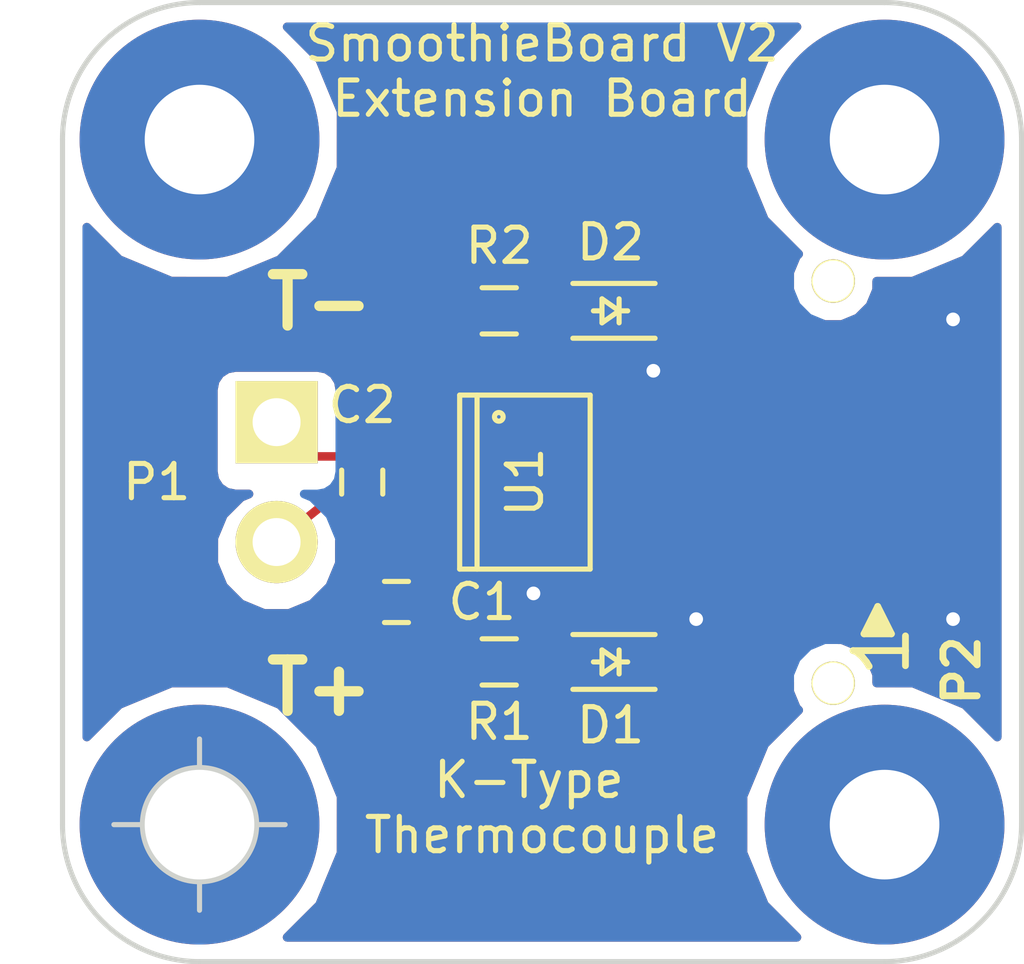
<source format=kicad_pcb>
(kicad_pcb (version 4) (host pcbnew 4.0.2-stable)

  (general
    (links 17)
    (no_connects 0)
    (area 130.924999 93.674999 159.075001 121.825001)
    (thickness 1.6)
    (drawings 13)
    (tracks 59)
    (zones 0)
    (modules 13)
    (nets 10)
  )

  (page A4)
  (layers
    (0 F.Cu signal)
    (31 B.Cu signal)
    (32 B.Adhes user)
    (33 F.Adhes user)
    (34 B.Paste user)
    (35 F.Paste user)
    (36 B.SilkS user)
    (37 F.SilkS user)
    (38 B.Mask user)
    (39 F.Mask user)
    (40 Dwgs.User user)
    (41 Cmts.User user)
    (42 Eco1.User user)
    (43 Eco2.User user)
    (44 Edge.Cuts user)
    (45 Margin user)
    (46 B.CrtYd user)
    (47 F.CrtYd user)
    (48 B.Fab user)
    (49 F.Fab user)
  )

  (setup
    (last_trace_width 0.25)
    (trace_clearance 0.2)
    (zone_clearance 0.508)
    (zone_45_only no)
    (trace_min 0.2)
    (segment_width 0.2)
    (edge_width 0.15)
    (via_size 0.6)
    (via_drill 0.4)
    (via_min_size 0.4)
    (via_min_drill 0.3)
    (uvia_size 0.3)
    (uvia_drill 0.1)
    (uvias_allowed no)
    (uvia_min_size 0.2)
    (uvia_min_drill 0.1)
    (pcb_text_width 0.3)
    (pcb_text_size 1.5 1.5)
    (mod_edge_width 0.15)
    (mod_text_size 1 1)
    (mod_text_width 0.15)
    (pad_size 1.524 1.524)
    (pad_drill 0.762)
    (pad_to_mask_clearance 0.2)
    (aux_axis_origin 131 121.75)
    (visible_elements 7FFFF77F)
    (pcbplotparams
      (layerselection 0x00030_80000001)
      (usegerberextensions false)
      (excludeedgelayer true)
      (linewidth 0.100000)
      (plotframeref false)
      (viasonmask false)
      (mode 1)
      (useauxorigin true)
      (hpglpennumber 1)
      (hpglpenspeed 20)
      (hpglpendiameter 15)
      (hpglpenoverlay 2)
      (psnegative false)
      (psa4output false)
      (plotreference true)
      (plotvalue true)
      (plotinvisibletext false)
      (padsonsilk false)
      (subtractmaskfromsilk false)
      (outputformat 1)
      (mirror false)
      (drillshape 0)
      (scaleselection 1)
      (outputdirectory ""))
  )

  (net 0 "")
  (net 1 GND)
  (net 2 +3V3)
  (net 3 "Net-(D2-Pad2)")
  (net 4 "Net-(D1-Pad2)")
  (net 5 "Net-(P2-Pad8)")
  (net 6 "Net-(D1-Pad1)")
  (net 7 "Net-(D2-Pad1)")
  (net 8 "Net-(C2-Pad1)")
  (net 9 "Net-(C2-Pad2)")

  (net_class Default "This is the default net class."
    (clearance 0.2)
    (trace_width 0.25)
    (via_dia 0.6)
    (via_drill 0.4)
    (uvia_dia 0.3)
    (uvia_drill 0.1)
    (add_net +3V3)
    (add_net GND)
    (add_net "Net-(C2-Pad1)")
    (add_net "Net-(C2-Pad2)")
    (add_net "Net-(D1-Pad1)")
    (add_net "Net-(D1-Pad2)")
    (add_net "Net-(D2-Pad1)")
    (add_net "Net-(D2-Pad2)")
    (add_net "Net-(P2-Pad8)")
  )

  (module w_conn_ftsh:SHF-105-01-L-D-SM-LC (layer F.Cu) (tedit 57224F02) (tstamp 57214B7F)
    (at 153.5 107.75 90)
    (descr "Smd dual-row strip connector, 5x2 pin, 1.27mm pitch")
    (path /571FAEAA)
    (fp_text reference P2 (at -5.5 3.75 90) (layer F.SilkS)
      (effects (font (size 1 1) (thickness 0.2)))
    )
    (fp_text value Smoothie-teer-S (at 0 6.35 90) (layer F.SilkS) hide
      (effects (font (size 1 1) (thickness 0.2)))
    )
    (fp_line (start 5.08 -2.54) (end 5.08 -3.048) (layer F.CrtYd) (width 0.15))
    (fp_line (start -1.27 2.6416) (end -1.27 2.54) (layer F.CrtYd) (width 0.15))
    (fp_line (start -2.54 2.54) (end -2.54 2.63906) (layer F.CrtYd) (width 0.15))
    (fp_line (start -1.27 2.54) (end 6.35 2.54) (layer F.CrtYd) (width 0.15))
    (fp_line (start -6.35 2.54) (end -2.54 2.54) (layer F.CrtYd) (width 0.15))
    (fp_line (start -6.35 -1.27) (end -6.35 -3.05) (layer F.CrtYd) (width 0.15))
    (fp_line (start -6.35 -3.05) (end -5.08 -3.05) (layer F.CrtYd) (width 0.15))
    (fp_line (start -5.08 -3.05) (end -5.08 -2.54) (layer F.CrtYd) (width 0.15))
    (fp_line (start -5.08 -2.54) (end -1.27 -2.54) (layer F.CrtYd) (width 0.15))
    (fp_line (start -1.27 -2.54) (end -1.27 -3.05) (layer F.CrtYd) (width 0.15))
    (fp_line (start -1.27 -3.05) (end 1.27 -3.05) (layer F.CrtYd) (width 0.15))
    (fp_line (start 1.27 -2.54) (end 1.27 -3.05) (layer F.CrtYd) (width 0.15))
    (fp_line (start 1.27 -2.54) (end 5.08 -2.54) (layer F.CrtYd) (width 0.15))
    (fp_line (start 5.08 -3.05) (end 6.35 -3.05) (layer F.CrtYd) (width 0.15))
    (fp_line (start 6.35 -3.05) (end 6.35 2.54) (layer F.CrtYd) (width 0.15))
    (fp_line (start -1.27 2.64) (end -2.54 2.64) (layer F.CrtYd) (width 0.15))
    (fp_line (start -6.35 2.54) (end -6.35 -1.27) (layer F.CrtYd) (width 0.15))
    (fp_line (start -4.49 2.11) (end -4.93 2.11) (layer F.SilkS) (width 0.19812))
    (fp_line (start -5.38 1.05) (end -5.25 0.97) (layer F.SilkS) (width 0.19812))
    (fp_line (start -5.25 0.97) (end -5.09 0.84) (layer F.SilkS) (width 0.19812))
    (fp_line (start -5.09 0.84) (end -4.95 0.67) (layer F.SilkS) (width 0.19812))
    (fp_line (start -4.95 0.67) (end -4.92 0.58) (layer F.SilkS) (width 0.19812))
    (fp_line (start -4.92 0.58) (end -4.92 2.11) (layer F.SilkS) (width 0.19812))
    (fp_line (start -4.92 2.11) (end -5.36 2.11) (layer F.SilkS) (width 0.19812))
    (fp_line (start -3.93 1.4) (end -3.93 1.2) (layer F.SilkS) (width 0.19812))
    (fp_line (start -4.03 1.2) (end -4.03 1.4) (layer F.SilkS) (width 0.19812))
    (fp_line (start -4.13 1.5) (end -4.13 1.1) (layer F.SilkS) (width 0.19812))
    (fp_line (start -4.23 1.1) (end -4.23 1.5) (layer F.SilkS) (width 0.19812))
    (fp_line (start -4.33 1.6) (end -4.33 1) (layer F.SilkS) (width 0.19812))
    (fp_line (start -3.63 1.3) (end -4.43 1.7) (layer F.SilkS) (width 0.19812))
    (fp_line (start -4.43 1.7) (end -4.43 0.9) (layer F.SilkS) (width 0.19812))
    (fp_line (start -4.43 0.9) (end -3.63 1.3) (layer F.SilkS) (width 0.19812))
    (pad 8 smd rect (at 1.27 -2.66 90) (size 0.74 2.79) (layers F.Cu F.Paste F.Mask)
      (net 5 "Net-(P2-Pad8)"))
    (pad 7 smd rect (at 1.27 2.66 90) (size 0.74 2.79) (layers F.Cu F.Paste F.Mask))
    (pad 6 smd rect (at 0 -2.66 90) (size 0.74 2.79) (layers F.Cu F.Paste F.Mask)
      (net 6 "Net-(D1-Pad1)"))
    (pad 5 smd rect (at 0 2.66 270) (size 0.74 2.79) (layers F.Cu F.Paste F.Mask))
    (pad 1 smd rect (at -2.54 2.66 90) (size 0.74 2.79) (layers F.Cu F.Paste F.Mask)
      (net 2 +3V3))
    (pad 2 smd rect (at -2.54 -2.66 90) (size 0.74 2.79) (layers F.Cu F.Paste F.Mask))
    (pad 3 smd rect (at -1.27 2.66 90) (size 0.74 2.79) (layers F.Cu F.Paste F.Mask))
    (pad 4 smd rect (at -1.27 -2.66 90) (size 0.74 2.79) (layers F.Cu F.Paste F.Mask))
    (pad 10 smd rect (at 2.54 -2.66 90) (size 0.74 2.79) (layers F.Cu F.Paste F.Mask)
      (net 1 GND))
    (pad 9 smd rect (at 2.54 2.66 90) (size 0.74 2.79) (layers F.Cu F.Paste F.Mask)
      (net 7 "Net-(D2-Pad1)"))
    (pad "" np_thru_hole circle (at -5.87 0 90) (size 1.27 1.27) (drill 1.1938) (layers *.Cu *.Mask F.SilkS))
    (pad "" np_thru_hole circle (at 5.87 0 90) (size 1.27 1.27) (drill 1.1938) (layers *.Cu *.Mask F.SilkS))
    (model walter/conn_ftsh/FTSH-105-01-L-DV.wrl
      (at (xyz 0 0 0))
      (scale (xyz 1 1 1))
      (rotate (xyz 0 0 0))
    )
  )

  (module Capacitors_SMD:C_0603 (layer F.Cu) (tedit 57224FED) (tstamp 571FB746)
    (at 140.75 111.25 180)
    (descr "Capacitor SMD 0603, reflow soldering, AVX (see smccp.pdf)")
    (tags "capacitor 0603")
    (path /571FC82F)
    (attr smd)
    (fp_text reference C1 (at -2.5 0 180) (layer F.SilkS)
      (effects (font (size 1 1) (thickness 0.15)))
    )
    (fp_text value 10µF (at 0 1.9 180) (layer F.Fab) hide
      (effects (font (size 1 1) (thickness 0.15)))
    )
    (fp_line (start -1.45 -0.75) (end 1.45 -0.75) (layer F.CrtYd) (width 0.05))
    (fp_line (start -1.45 0.75) (end 1.45 0.75) (layer F.CrtYd) (width 0.05))
    (fp_line (start -1.45 -0.75) (end -1.45 0.75) (layer F.CrtYd) (width 0.05))
    (fp_line (start 1.45 -0.75) (end 1.45 0.75) (layer F.CrtYd) (width 0.05))
    (fp_line (start -0.35 -0.6) (end 0.35 -0.6) (layer F.SilkS) (width 0.15))
    (fp_line (start 0.35 0.6) (end -0.35 0.6) (layer F.SilkS) (width 0.15))
    (pad 1 smd rect (at -0.75 0 180) (size 0.8 0.75) (layers F.Cu F.Paste F.Mask)
      (net 2 +3V3))
    (pad 2 smd rect (at 0.75 0 180) (size 0.8 0.75) (layers F.Cu F.Paste F.Mask)
      (net 1 GND))
    (model Capacitors_SMD.3dshapes/C_0603.wrl
      (at (xyz 0 0 0))
      (scale (xyz 1 1 1))
      (rotate (xyz 0 0 0))
    )
  )

  (module Diodes_SMD:SOD-323 (layer F.Cu) (tedit 572134FF) (tstamp 571FB758)
    (at 147 113 180)
    (descr SOD-323)
    (tags SOD-323)
    (path /571FBB66)
    (attr smd)
    (fp_text reference D1 (at 0 -1.85 180) (layer F.SilkS)
      (effects (font (size 1 1) (thickness 0.15)))
    )
    (fp_text value 1N4148 (at -1.75 -3.25 180) (layer F.Fab) hide
      (effects (font (size 1 1) (thickness 0.15)))
    )
    (fp_line (start 0.25 0) (end 0.5 0) (layer F.SilkS) (width 0.15))
    (fp_line (start -0.25 0) (end -0.5 0) (layer F.SilkS) (width 0.15))
    (fp_line (start -0.25 0) (end 0.25 -0.35) (layer F.SilkS) (width 0.15))
    (fp_line (start 0.25 -0.35) (end 0.25 0.35) (layer F.SilkS) (width 0.15))
    (fp_line (start 0.25 0.35) (end -0.25 0) (layer F.SilkS) (width 0.15))
    (fp_line (start -0.25 -0.35) (end -0.25 0.35) (layer F.SilkS) (width 0.15))
    (fp_line (start -1.5 -0.95) (end 1.5 -0.95) (layer F.CrtYd) (width 0.05))
    (fp_line (start 1.5 -0.95) (end 1.5 0.95) (layer F.CrtYd) (width 0.05))
    (fp_line (start -1.5 0.95) (end 1.5 0.95) (layer F.CrtYd) (width 0.05))
    (fp_line (start -1.5 -0.95) (end -1.5 0.95) (layer F.CrtYd) (width 0.05))
    (fp_line (start -1.3 0.8) (end 1.1 0.8) (layer F.SilkS) (width 0.15))
    (fp_line (start -1.3 -0.8) (end 1.1 -0.8) (layer F.SilkS) (width 0.15))
    (pad 1 smd rect (at -1.055 0 180) (size 0.59 0.45) (layers F.Cu F.Paste F.Mask)
      (net 6 "Net-(D1-Pad1)"))
    (pad 2 smd rect (at 1.055 0 180) (size 0.59 0.45) (layers F.Cu F.Paste F.Mask)
      (net 4 "Net-(D1-Pad2)"))
  )

  (module Diodes_SMD:SOD-323 (layer F.Cu) (tedit 57213582) (tstamp 571FB76A)
    (at 147 102.75 180)
    (descr SOD-323)
    (tags SOD-323)
    (path /571FBA3B)
    (attr smd)
    (fp_text reference D2 (at 0 2 180) (layer F.SilkS)
      (effects (font (size 1 1) (thickness 0.15)))
    )
    (fp_text value 1N4148 (at 0.1 1.9 180) (layer F.Fab) hide
      (effects (font (size 1 1) (thickness 0.15)))
    )
    (fp_line (start 0.25 0) (end 0.5 0) (layer F.SilkS) (width 0.15))
    (fp_line (start -0.25 0) (end -0.5 0) (layer F.SilkS) (width 0.15))
    (fp_line (start -0.25 0) (end 0.25 -0.35) (layer F.SilkS) (width 0.15))
    (fp_line (start 0.25 -0.35) (end 0.25 0.35) (layer F.SilkS) (width 0.15))
    (fp_line (start 0.25 0.35) (end -0.25 0) (layer F.SilkS) (width 0.15))
    (fp_line (start -0.25 -0.35) (end -0.25 0.35) (layer F.SilkS) (width 0.15))
    (fp_line (start -1.5 -0.95) (end 1.5 -0.95) (layer F.CrtYd) (width 0.05))
    (fp_line (start 1.5 -0.95) (end 1.5 0.95) (layer F.CrtYd) (width 0.05))
    (fp_line (start -1.5 0.95) (end 1.5 0.95) (layer F.CrtYd) (width 0.05))
    (fp_line (start -1.5 -0.95) (end -1.5 0.95) (layer F.CrtYd) (width 0.05))
    (fp_line (start -1.3 0.8) (end 1.1 0.8) (layer F.SilkS) (width 0.15))
    (fp_line (start -1.3 -0.8) (end 1.1 -0.8) (layer F.SilkS) (width 0.15))
    (pad 1 smd rect (at -1.055 0 180) (size 0.59 0.45) (layers F.Cu F.Paste F.Mask)
      (net 7 "Net-(D2-Pad1)"))
    (pad 2 smd rect (at 1.055 0 180) (size 0.59 0.45) (layers F.Cu F.Paste F.Mask)
      (net 3 "Net-(D2-Pad2)"))
  )

  (module Resistors_SMD:R_0603 (layer F.Cu) (tedit 57213504) (tstamp 571FB7AA)
    (at 143.75 113)
    (descr "Resistor SMD 0603, reflow soldering, Vishay (see dcrcw.pdf)")
    (tags "resistor 0603")
    (path /571FC042)
    (attr smd)
    (fp_text reference R1 (at 0 1.75) (layer F.SilkS)
      (effects (font (size 1 1) (thickness 0.15)))
    )
    (fp_text value 10kΩ (at 0 3.25) (layer F.Fab) hide
      (effects (font (size 1 1) (thickness 0.15)))
    )
    (fp_line (start -1.3 -0.8) (end 1.3 -0.8) (layer F.CrtYd) (width 0.05))
    (fp_line (start -1.3 0.8) (end 1.3 0.8) (layer F.CrtYd) (width 0.05))
    (fp_line (start -1.3 -0.8) (end -1.3 0.8) (layer F.CrtYd) (width 0.05))
    (fp_line (start 1.3 -0.8) (end 1.3 0.8) (layer F.CrtYd) (width 0.05))
    (fp_line (start 0.5 0.675) (end -0.5 0.675) (layer F.SilkS) (width 0.15))
    (fp_line (start -0.5 -0.675) (end 0.5 -0.675) (layer F.SilkS) (width 0.15))
    (pad 1 smd rect (at -0.75 0) (size 0.5 0.9) (layers F.Cu F.Paste F.Mask)
      (net 2 +3V3))
    (pad 2 smd rect (at 0.75 0) (size 0.5 0.9) (layers F.Cu F.Paste F.Mask)
      (net 4 "Net-(D1-Pad2)"))
    (model Resistors_SMD.3dshapes/R_0603.wrl
      (at (xyz 0 0 0))
      (scale (xyz 1 1 1))
      (rotate (xyz 0 0 0))
    )
  )

  (module Resistors_SMD:R_0603 (layer F.Cu) (tedit 572135D3) (tstamp 571FB7B6)
    (at 143.75 102.75)
    (descr "Resistor SMD 0603, reflow soldering, Vishay (see dcrcw.pdf)")
    (tags "resistor 0603")
    (path /571FC0D3)
    (attr smd)
    (fp_text reference R2 (at 0 -1.9) (layer F.SilkS)
      (effects (font (size 1 1) (thickness 0.15)))
    )
    (fp_text value 10kΩ (at 0 1.9) (layer F.Fab) hide
      (effects (font (size 1 1) (thickness 0.15)))
    )
    (fp_line (start -1.3 -0.8) (end 1.3 -0.8) (layer F.CrtYd) (width 0.05))
    (fp_line (start -1.3 0.8) (end 1.3 0.8) (layer F.CrtYd) (width 0.05))
    (fp_line (start -1.3 -0.8) (end -1.3 0.8) (layer F.CrtYd) (width 0.05))
    (fp_line (start 1.3 -0.8) (end 1.3 0.8) (layer F.CrtYd) (width 0.05))
    (fp_line (start 0.5 0.675) (end -0.5 0.675) (layer F.SilkS) (width 0.15))
    (fp_line (start -0.5 -0.675) (end 0.5 -0.675) (layer F.SilkS) (width 0.15))
    (pad 1 smd rect (at -0.75 0) (size 0.5 0.9) (layers F.Cu F.Paste F.Mask)
      (net 2 +3V3))
    (pad 2 smd rect (at 0.75 0) (size 0.5 0.9) (layers F.Cu F.Paste F.Mask)
      (net 3 "Net-(D2-Pad2)"))
    (model Resistors_SMD.3dshapes/R_0603.wrl
      (at (xyz 0 0 0))
      (scale (xyz 1 1 1))
      (rotate (xyz 0 0 0))
    )
  )

  (module Capacitors_SMD:C_0603 (layer F.Cu) (tedit 572135CD) (tstamp 571FB966)
    (at 139.75 107.75 90)
    (descr "Capacitor SMD 0603, reflow soldering, AVX (see smccp.pdf)")
    (tags "capacitor 0603")
    (path /571FD456)
    (attr smd)
    (fp_text reference C2 (at 2.25 0 180) (layer F.SilkS)
      (effects (font (size 1 1) (thickness 0.15)))
    )
    (fp_text value 10nF (at 0 1.9 90) (layer F.Fab) hide
      (effects (font (size 1 1) (thickness 0.15)))
    )
    (fp_line (start -1.45 -0.75) (end 1.45 -0.75) (layer F.CrtYd) (width 0.05))
    (fp_line (start -1.45 0.75) (end 1.45 0.75) (layer F.CrtYd) (width 0.05))
    (fp_line (start -1.45 -0.75) (end -1.45 0.75) (layer F.CrtYd) (width 0.05))
    (fp_line (start 1.45 -0.75) (end 1.45 0.75) (layer F.CrtYd) (width 0.05))
    (fp_line (start -0.35 -0.6) (end 0.35 -0.6) (layer F.SilkS) (width 0.15))
    (fp_line (start 0.35 0.6) (end -0.35 0.6) (layer F.SilkS) (width 0.15))
    (pad 1 smd rect (at -0.75 0 90) (size 0.8 0.75) (layers F.Cu F.Paste F.Mask)
      (net 8 "Net-(C2-Pad1)"))
    (pad 2 smd rect (at 0.75 0 90) (size 0.8 0.75) (layers F.Cu F.Paste F.Mask)
      (net 9 "Net-(C2-Pad2)"))
    (model Capacitors_SMD.3dshapes/C_0603.wrl
      (at (xyz 0 0 0))
      (scale (xyz 1 1 1))
      (rotate (xyz 0 0 0))
    )
  )

  (module w_conn_ftsh:TerminalBlock_Amphenol_PT-3.5mm_2pol-RA (layer F.Cu) (tedit 57224FF9) (tstamp 571FB77D)
    (at 137.25 107.75 270)
    (descr "2-way 3.5mm pitch terminal block, Phoenix PT series")
    (path /571FB7B1)
    (fp_text reference P1 (at 0 3.5 360) (layer F.SilkS)
      (effects (font (size 1 1) (thickness 0.15)))
    )
    (fp_text value "2 PosTerm Block" (at 0 9.5 270) (layer F.Fab) hide
      (effects (font (size 1 1) (thickness 0.15)))
    )
    (fp_line (start 2.25 1.5) (end 1.25 1.5) (layer F.CrtYd) (width 0.15))
    (fp_line (start 2.25 6.25) (end 2.25 1.5) (layer F.CrtYd) (width 0.15))
    (fp_line (start 1.75 7) (end 2.25 6.25) (layer F.CrtYd) (width 0.15))
    (fp_line (start 1.25 6.25) (end 1.75 7) (layer F.CrtYd) (width 0.15))
    (fp_line (start 1.25 1.5) (end 1.25 6.25) (layer F.CrtYd) (width 0.15))
    (fp_line (start -2.25 1.5) (end -2.25 6.25) (layer F.CrtYd) (width 0.15))
    (fp_line (start -2.25 6.25) (end -1.75 7) (layer F.CrtYd) (width 0.15))
    (fp_line (start -1.75 7) (end -1.25 6.25) (layer F.CrtYd) (width 0.15))
    (fp_line (start -1.25 6.25) (end -1.25 1.5) (layer F.CrtYd) (width 0.15))
    (fp_line (start -1.25 1.5) (end -2.25 1.5) (layer F.CrtYd) (width 0.15))
    (fp_line (start -4.25 -1.2) (end 4.25 -1.2) (layer F.CrtYd) (width 0.15))
    (fp_line (start 4.25 -1.2) (end 4.25 8) (layer F.CrtYd) (width 0.15))
    (fp_line (start 4.25 8) (end -4.25 8) (layer F.CrtYd) (width 0.15))
    (fp_line (start -4.25 8) (end -4.25 -1.2) (layer F.CrtYd) (width 0.15))
    (pad 2 thru_hole circle (at 1.75 0 270) (size 2.4 2.4) (drill 1.4) (layers *.Cu *.Mask F.SilkS)
      (net 8 "Net-(C2-Pad1)"))
    (pad 1 thru_hole rect (at -1.75 0 270) (size 2.4 2.4) (drill 1.4) (layers *.Cu *.Mask F.SilkS)
      (net 9 "Net-(C2-Pad2)"))
  )

  (module Power_Integrations:SO-8 (layer F.Cu) (tedit 57224EF6) (tstamp 57214BAE)
    (at 144.5 107.75 270)
    (descr "SO-8 Surface Mount Small Outline 150mil 8pin Package")
    (tags "Power Integrations D Package")
    (path /571FA6EA)
    (fp_text reference U1 (at 0 0 270) (layer F.SilkS)
      (effects (font (size 1 1) (thickness 0.15)))
    )
    (fp_text value MAX31855KASA (at 0 0 270) (layer F.Fab) hide
      (effects (font (size 1 1) (thickness 0.15)))
    )
    (fp_circle (center -1.905 0.762) (end -1.778 0.762) (layer F.SilkS) (width 0.15))
    (fp_line (start -2.54 1.397) (end 2.54 1.397) (layer F.SilkS) (width 0.15))
    (fp_line (start -2.54 -1.905) (end 2.54 -1.905) (layer F.SilkS) (width 0.15))
    (fp_line (start -2.54 1.905) (end 2.54 1.905) (layer F.SilkS) (width 0.15))
    (fp_line (start -2.54 1.905) (end -2.54 -1.905) (layer F.SilkS) (width 0.15))
    (fp_line (start 2.54 1.905) (end 2.54 -1.905) (layer F.SilkS) (width 0.15))
    (pad 1 smd oval (at -1.905 2.794 270) (size 0.6096 1.4732) (layers F.Cu F.Paste F.Mask)
      (net 1 GND))
    (pad 2 smd oval (at -0.635 2.794 270) (size 0.6096 1.4732) (layers F.Cu F.Paste F.Mask)
      (net 9 "Net-(C2-Pad2)"))
    (pad 3 smd oval (at 0.635 2.794 270) (size 0.6096 1.4732) (layers F.Cu F.Paste F.Mask)
      (net 8 "Net-(C2-Pad1)"))
    (pad 4 smd oval (at 1.905 2.794 270) (size 0.6096 1.4732) (layers F.Cu F.Paste F.Mask)
      (net 2 +3V3))
    (pad 5 smd oval (at 1.905 -2.794 270) (size 0.6096 1.4732) (layers F.Cu F.Paste F.Mask)
      (net 3 "Net-(D2-Pad2)"))
    (pad 6 smd oval (at 0.635 -2.794 270) (size 0.6096 1.4732) (layers F.Cu F.Paste F.Mask)
      (net 4 "Net-(D1-Pad2)"))
    (pad 7 smd oval (at -0.635 -2.794 270) (size 0.6096 1.4732) (layers F.Cu F.Paste F.Mask)
      (net 5 "Net-(P2-Pad8)"))
    (pad 8 smd oval (at -1.905 -2.794 270) (size 0.6096 1.4732) (layers F.Cu F.Paste F.Mask))
  )

  (module w_conn_ftsh:M3_Mounting_Hole (layer F.Cu) (tedit 572122A3) (tstamp 57224F24)
    (at 135 117.75)
    (path /57224F8F)
    (fp_text reference M1 (at 0 4.572) (layer F.SilkS) hide
      (effects (font (size 1 1) (thickness 0.15)))
    )
    (fp_text value Mounting_Hole_M3 (at 0 -4.318) (layer F.Fab) hide
      (effects (font (size 1 1) (thickness 0.15)))
    )
    (pad "" np_thru_hole circle (at 0 0) (size 7 7) (drill 3.2) (layers *.Cu *.Mask))
  )

  (module w_conn_ftsh:M3_Mounting_Hole (layer F.Cu) (tedit 572122A3) (tstamp 57224F29)
    (at 155 117.75)
    (path /57225285)
    (fp_text reference M2 (at 0 4.572) (layer F.SilkS) hide
      (effects (font (size 1 1) (thickness 0.15)))
    )
    (fp_text value Mounting_Hole_M3 (at 0 -4.318) (layer F.Fab) hide
      (effects (font (size 1 1) (thickness 0.15)))
    )
    (pad "" np_thru_hole circle (at 0 0) (size 7 7) (drill 3.2) (layers *.Cu *.Mask))
  )

  (module w_conn_ftsh:M3_Mounting_Hole (layer F.Cu) (tedit 572122A3) (tstamp 57224F2E)
    (at 135 97.75)
    (path /572252AB)
    (fp_text reference M3 (at 0 4.572) (layer F.SilkS) hide
      (effects (font (size 1 1) (thickness 0.15)))
    )
    (fp_text value Mounting_Hole_M3 (at 0 -4.318) (layer F.Fab) hide
      (effects (font (size 1 1) (thickness 0.15)))
    )
    (pad "" np_thru_hole circle (at 0 0) (size 7 7) (drill 3.2) (layers *.Cu *.Mask))
  )

  (module w_conn_ftsh:M3_Mounting_Hole (layer F.Cu) (tedit 572122A3) (tstamp 57224F33)
    (at 155 97.75)
    (path /572252D1)
    (fp_text reference M4 (at 0 4.572) (layer F.SilkS) hide
      (effects (font (size 1 1) (thickness 0.15)))
    )
    (fp_text value Mounting_Hole_M3 (at 0 -4.318) (layer F.Fab) hide
      (effects (font (size 1 1) (thickness 0.15)))
    )
    (pad "" np_thru_hole circle (at 0 0) (size 7 7) (drill 3.2) (layers *.Cu *.Mask))
  )

  (gr_text "SmoothieBoard V2\nExtension Board" (at 145 95.75) (layer F.SilkS)
    (effects (font (size 1 1) (thickness 0.15)))
  )
  (gr_text "K-Type \nThermocouple" (at 145 117.25) (layer F.SilkS)
    (effects (font (size 1 1) (thickness 0.15)))
  )
  (target plus (at 135 117.75) (size 5) (width 0.15) (layer Edge.Cuts))
  (gr_line (start 159 117.75) (end 159 97.75) (angle 90) (layer Edge.Cuts) (width 0.15))
  (gr_line (start 135 121.75) (end 155 121.75) (angle 90) (layer Edge.Cuts) (width 0.15))
  (gr_line (start 131 97.75) (end 131 117.75) (angle 90) (layer Edge.Cuts) (width 0.15))
  (gr_line (start 155 93.75) (end 135 93.75) (angle 90) (layer Edge.Cuts) (width 0.15))
  (gr_arc (start 155 97.75) (end 155 93.75) (angle 90) (layer Edge.Cuts) (width 0.15))
  (gr_arc (start 155 117.75) (end 159 117.75) (angle 90) (layer Edge.Cuts) (width 0.15))
  (gr_arc (start 135 117.75) (end 135 121.75) (angle 90) (layer Edge.Cuts) (width 0.15))
  (gr_arc (start 135 97.75) (end 131 97.75) (angle 90) (layer Edge.Cuts) (width 0.15))
  (gr_text T- (at 138.5 102.5) (layer F.SilkS)
    (effects (font (size 1.5 1.5) (thickness 0.3)))
  )
  (gr_text T+ (at 138.5 113.75) (layer F.SilkS)
    (effects (font (size 1.5 1.5) (thickness 0.3)))
  )

  (segment (start 148.25 111.75) (end 149.5 111.75) (width 0.25) (layer B.Cu) (net 0))
  (segment (start 149.5 111.75) (end 150.5 111.75) (width 0.25) (layer F.Cu) (net 0) (tstamp 57225424))
  (via (at 149.5 111.75) (size 0.6) (drill 0.4) (layers F.Cu B.Cu) (net 0))
  (segment (start 144.75 109.5) (end 144.75 111) (width 0.25) (layer B.Cu) (net 0))
  (segment (start 144.799998 111.049998) (end 144.756939 109.499807) (width 0.25) (layer F.Cu) (net 0) (tstamp 57225418))
  (segment (start 144.75 111) (end 144.799998 111.049998) (width 0.25) (layer F.Cu) (net 0) (tstamp 57225417))
  (via (at 144.75 111) (size 0.6) (drill 0.4) (layers F.Cu B.Cu) (net 0))
  (segment (start 155.25 103) (end 157 103) (width 0.25) (layer B.Cu) (net 0))
  (via (at 157 103) (size 0.6) (drill 0.4) (layers F.Cu B.Cu) (net 0))
  (segment (start 157 113) (end 157 111.75) (width 0.25) (layer B.Cu) (net 0))
  (via (at 157 111.75) (size 0.6) (drill 0.4) (layers F.Cu B.Cu) (net 0))
  (segment (start 150.84 105.21) (end 148.96 105.21) (width 0.25) (layer F.Cu) (net 1))
  (via (at 148.25 104.5) (size 0.6) (drill 0.4) (layers F.Cu B.Cu) (net 1))
  (segment (start 148.96 105.21) (end 148.25 104.5) (width 0.25) (layer F.Cu) (net 1) (tstamp 572250F9))
  (segment (start 143 113) (end 143 114.25) (width 0.25) (layer F.Cu) (net 2))
  (segment (start 154.46 110.29) (end 156.16 110.29) (width 0.25) (layer F.Cu) (net 2) (tstamp 572250D1))
  (segment (start 150.25 114.5) (end 154.46 110.29) (width 0.25) (layer F.Cu) (net 2) (tstamp 572250CF))
  (segment (start 143.25 114.5) (end 150.25 114.5) (width 0.25) (layer F.Cu) (net 2) (tstamp 572250CE))
  (segment (start 143 114.25) (end 143.25 114.5) (width 0.25) (layer F.Cu) (net 2) (tstamp 572250CD))
  (segment (start 141.5 111.25) (end 143 111.25) (width 0.25) (layer F.Cu) (net 2))
  (segment (start 141.706 109.655) (end 143 109.655) (width 0.25) (layer F.Cu) (net 2))
  (segment (start 143 109.655) (end 143 109.75) (width 0.25) (layer F.Cu) (net 2) (tstamp 57212E49))
  (segment (start 156.66 110.29) (end 155.46 110.29) (width 0.25) (layer F.Cu) (net 2) (status 30))
  (segment (start 143 102.75) (end 143 109.75) (width 0.25) (layer F.Cu) (net 2))
  (segment (start 143 109.75) (end 143 111.25) (width 0.25) (layer F.Cu) (net 2) (tstamp 57212E4C))
  (segment (start 143 111.25) (end 143 113) (width 0.25) (layer F.Cu) (net 2) (tstamp 572250CB))
  (segment (start 147.294 109.655) (end 146.405 109.655) (width 0.25) (layer F.Cu) (net 3))
  (segment (start 145.25 102.75) (end 145.945 102.75) (width 0.25) (layer F.Cu) (net 3) (tstamp 57212E29))
  (segment (start 145.25 108.5) (end 145.25 102.75) (width 0.25) (layer F.Cu) (net 3) (tstamp 57212E27))
  (segment (start 146.405 109.655) (end 145.25 108.5) (width 0.25) (layer F.Cu) (net 3) (tstamp 57212E26))
  (segment (start 145.945 102.75) (end 144.5 102.75) (width 0.25) (layer F.Cu) (net 3) (tstamp 57212E2A))
  (segment (start 147.294 108.385) (end 148.249957 108.384647) (width 0.25) (layer F.Cu) (net 4))
  (segment (start 145.25 113) (end 145.945 113) (width 0.25) (layer F.Cu) (net 4) (tstamp 57212E12))
  (segment (start 145.25 112) (end 145.25 113) (width 0.25) (layer F.Cu) (net 4) (tstamp 57212E11))
  (segment (start 145.75 111.5) (end 145.25 112) (width 0.25) (layer F.Cu) (net 4) (tstamp 57212E10))
  (segment (start 147.25 111.5) (end 145.75 111.5) (width 0.25) (layer F.Cu) (net 4) (tstamp 57212E0E))
  (segment (start 148.5 110.25) (end 147.25 111.5) (width 0.25) (layer F.Cu) (net 4) (tstamp 57212E0C))
  (segment (start 148.5 108.5) (end 148.5 110.25) (width 0.25) (layer F.Cu) (net 4) (tstamp 57212E0B))
  (segment (start 148.249957 108.384647) (end 148.5 108.5) (width 0.25) (layer F.Cu) (net 4) (tstamp 57212E0A))
  (segment (start 145.945 113) (end 144.5 113) (width 0.25) (layer F.Cu) (net 4) (tstamp 57212E13))
  (segment (start 147.294 107.115) (end 148.385 107.115) (width 0.25) (layer F.Cu) (net 5))
  (segment (start 149.02 106.48) (end 151.34 106.48) (width 0.25) (layer F.Cu) (net 5) (tstamp 57212DFC) (status 20))
  (segment (start 148.385 107.115) (end 149.02 106.48) (width 0.25) (layer F.Cu) (net 5) (tstamp 57212DFB))
  (segment (start 148.055 113) (end 150.75 113) (width 0.25) (layer F.Cu) (net 6))
  (segment (start 153.25 107.75) (end 150.84 107.75) (width 0.25) (layer F.Cu) (net 6) (tstamp 5722509E))
  (segment (start 153.25 110.5) (end 153.25 107.75) (width 0.25) (layer F.Cu) (net 6) (tstamp 5722509C))
  (segment (start 150.75 113) (end 153.25 110.5) (width 0.25) (layer F.Cu) (net 6) (tstamp 5722509A))
  (segment (start 148.055 102.75) (end 151.75 102.75) (width 0.25) (layer F.Cu) (net 7))
  (segment (start 154.21 105.21) (end 156.66 105.21) (width 0.25) (layer F.Cu) (net 7) (tstamp 57212E2F) (status 20))
  (segment (start 151.75 102.75) (end 154.21 105.21) (width 0.25) (layer F.Cu) (net 7) (tstamp 57212E2D))
  (segment (start 141.706 108.385) (end 139.865 108.385) (width 0.25) (layer F.Cu) (net 8))
  (segment (start 139.865 108.385) (end 139.75 108.5) (width 0.25) (layer F.Cu) (net 8) (tstamp 5722508A))
  (segment (start 139.75 108.5) (end 138.5 108.5) (width 0.25) (layer F.Cu) (net 8))
  (segment (start 138.5 108.5) (end 137.25 109.5) (width 0.25) (layer F.Cu) (net 8) (tstamp 57214BD0) (status 20))
  (segment (start 139.75 107) (end 138.25 107) (width 0.25) (layer F.Cu) (net 9))
  (segment (start 138.25 107) (end 137.25 106) (width 0.25) (layer F.Cu) (net 9) (tstamp 57225477))
  (segment (start 141.706 107.115) (end 139.865 107.115) (width 0.25) (layer F.Cu) (net 9))
  (segment (start 139.865 107.115) (end 139.75 107) (width 0.25) (layer F.Cu) (net 9) (tstamp 57225087))
  (segment (start 138 106.75) (end 137.25 106) (width 0.25) (layer F.Cu) (net 9) (tstamp 57214BCD) (status 30))

  (zone (net 1) (net_name GND) (layer F.Cu) (tstamp 572133BB) (hatch edge 0.508)
    (connect_pads (clearance 0.508))
    (min_thickness 0.254)
    (fill yes (arc_segments 16) (thermal_gap 0.508) (thermal_bridge_width 0.508))
    (polygon
      (pts
        (xy 131 121.75) (xy 131 93.75) (xy 159 93.75) (xy 159 121.75)
      )
    )
    (filled_polygon
      (pts
        (xy 151.496562 95.404653) (xy 150.86572 96.923889) (xy 150.864284 98.568894) (xy 151.492474 100.089229) (xy 152.492627 101.091129)
        (xy 152.423974 101.159663) (xy 152.230221 101.626273) (xy 152.22978 102.13151) (xy 152.254088 102.19034) (xy 152.040839 102.047852)
        (xy 151.75 101.99) (xy 148.691797 101.99) (xy 148.60189 101.928569) (xy 148.35 101.87756) (xy 147.76 101.87756)
        (xy 147.524683 101.921838) (xy 147.308559 102.06091) (xy 147.163569 102.27311) (xy 147.11256 102.525) (xy 147.11256 102.975)
        (xy 147.156838 103.210317) (xy 147.29591 103.426441) (xy 147.50811 103.571431) (xy 147.76 103.62244) (xy 148.35 103.62244)
        (xy 148.585317 103.578162) (xy 148.691244 103.51) (xy 151.435198 103.51) (xy 152.130198 104.205) (xy 151.12575 104.205)
        (xy 150.967 104.36375) (xy 150.967 105.083) (xy 152.71125 105.083) (xy 152.859724 104.934526) (xy 153.672599 105.747401)
        (xy 153.91916 105.912148) (xy 154.148392 105.957745) (xy 154.11756 106.11) (xy 154.11756 106.85) (xy 154.161838 107.085317)
        (xy 154.179284 107.112428) (xy 154.168569 107.12811) (xy 154.11756 107.38) (xy 154.11756 108.12) (xy 154.161838 108.355317)
        (xy 154.179284 108.382428) (xy 154.168569 108.39811) (xy 154.11756 108.65) (xy 154.11756 109.39) (xy 154.156394 109.596383)
        (xy 154.01 109.6942) (xy 154.01 107.75) (xy 153.952148 107.459161) (xy 153.787401 107.212599) (xy 153.540839 107.047852)
        (xy 153.25 106.99) (xy 152.854089 106.99) (xy 152.88244 106.85) (xy 152.88244 106.11) (xy 152.838162 105.874683)
        (xy 152.815101 105.838846) (xy 152.87 105.706309) (xy 152.87 105.49575) (xy 152.71125 105.337) (xy 150.967 105.337)
        (xy 150.967 105.357) (xy 150.713 105.357) (xy 150.713 105.337) (xy 148.96875 105.337) (xy 148.81 105.49575)
        (xy 148.81 105.706309) (xy 148.831225 105.75755) (xy 148.729161 105.777852) (xy 148.684986 105.807369) (xy 148.620933 105.485354)
        (xy 148.41721 105.180461) (xy 148.112317 104.976738) (xy 147.752671 104.9052) (xy 146.835329 104.9052) (xy 146.475683 104.976738)
        (xy 146.17079 105.180461) (xy 146.01 105.4211) (xy 146.01 104.713691) (xy 148.81 104.713691) (xy 148.81 104.92425)
        (xy 148.96875 105.083) (xy 150.713 105.083) (xy 150.713 104.36375) (xy 150.55425 104.205) (xy 149.31869 104.205)
        (xy 149.085301 104.301673) (xy 148.906673 104.480302) (xy 148.81 104.713691) (xy 146.01 104.713691) (xy 146.01 103.62244)
        (xy 146.24 103.62244) (xy 146.475317 103.578162) (xy 146.691441 103.43909) (xy 146.836431 103.22689) (xy 146.88744 102.975)
        (xy 146.88744 102.525) (xy 146.843162 102.289683) (xy 146.70409 102.073559) (xy 146.49189 101.928569) (xy 146.24 101.87756)
        (xy 145.65 101.87756) (xy 145.414683 101.921838) (xy 145.308756 101.99) (xy 145.305105 101.99) (xy 145.21409 101.848559)
        (xy 145.00189 101.703569) (xy 144.75 101.65256) (xy 144.25 101.65256) (xy 144.014683 101.696838) (xy 143.798559 101.83591)
        (xy 143.750866 101.905711) (xy 143.71409 101.848559) (xy 143.50189 101.703569) (xy 143.25 101.65256) (xy 142.75 101.65256)
        (xy 142.514683 101.696838) (xy 142.298559 101.83591) (xy 142.153569 102.04811) (xy 142.10256 102.3) (xy 142.10256 103.2)
        (xy 142.146838 103.435317) (xy 142.24 103.580095) (xy 142.24 104.9052) (xy 141.833 104.9052) (xy 141.833 105.718)
        (xy 141.853 105.718) (xy 141.853 105.972) (xy 141.833 105.972) (xy 141.833 105.992) (xy 141.579 105.992)
        (xy 141.579 105.972) (xy 140.503544 105.972) (xy 140.437881 106.045243) (xy 140.37689 106.003569) (xy 140.125 105.95256)
        (xy 139.375 105.95256) (xy 139.139683 105.996838) (xy 139.09744 106.024021) (xy 139.09744 105.573895) (xy 140.374353 105.573895)
        (xy 140.503544 105.718) (xy 141.579 105.718) (xy 141.579 104.9052) (xy 141.1472 104.9052) (xy 140.797221 105.025339)
        (xy 140.519858 105.270264) (xy 140.374353 105.573895) (xy 139.09744 105.573895) (xy 139.09744 105.05) (xy 139.053162 104.814683)
        (xy 138.91409 104.598559) (xy 138.70189 104.453569) (xy 138.45 104.40256) (xy 136.05 104.40256) (xy 135.814683 104.446838)
        (xy 135.598559 104.58591) (xy 135.453569 104.79811) (xy 135.40256 105.05) (xy 135.40256 107.45) (xy 135.446838 107.685317)
        (xy 135.58591 107.901441) (xy 135.79811 108.046431) (xy 136.05 108.09744) (xy 136.444288 108.09744) (xy 136.211914 108.193455)
        (xy 135.69527 108.709199) (xy 135.415319 109.383395) (xy 135.414682 110.113403) (xy 135.693455 110.788086) (xy 136.209199 111.30473)
        (xy 136.883395 111.584681) (xy 137.613403 111.585318) (xy 137.733366 111.53575) (xy 138.965 111.53575) (xy 138.965 111.75131)
        (xy 139.061673 111.984699) (xy 139.240302 112.163327) (xy 139.473691 112.26) (xy 139.71425 112.26) (xy 139.873 112.10125)
        (xy 139.873 111.377) (xy 139.12375 111.377) (xy 138.965 111.53575) (xy 137.733366 111.53575) (xy 138.288086 111.306545)
        (xy 138.80473 110.790801) (xy 138.822216 110.74869) (xy 138.965 110.74869) (xy 138.965 110.96425) (xy 139.12375 111.123)
        (xy 139.873 111.123) (xy 139.873 110.39875) (xy 139.71425 110.24) (xy 139.473691 110.24) (xy 139.240302 110.336673)
        (xy 139.061673 110.515301) (xy 138.965 110.74869) (xy 138.822216 110.74869) (xy 139.084681 110.116605) (xy 139.085245 109.470559)
        (xy 139.12311 109.496431) (xy 139.375 109.54744) (xy 140.125 109.54744) (xy 140.336853 109.507577) (xy 140.307529 109.655)
        (xy 140.379067 110.014646) (xy 140.53092 110.24191) (xy 140.526309 110.24) (xy 140.28575 110.24) (xy 140.127 110.39875)
        (xy 140.127 111.123) (xy 140.147 111.123) (xy 140.147 111.377) (xy 140.127 111.377) (xy 140.127 112.10125)
        (xy 140.28575 112.26) (xy 140.526309 112.26) (xy 140.759698 112.163327) (xy 140.761068 112.161957) (xy 140.84811 112.221431)
        (xy 141.1 112.27244) (xy 141.9 112.27244) (xy 142.135317 112.228162) (xy 142.24 112.1608) (xy 142.24 112.171614)
        (xy 142.153569 112.29811) (xy 142.10256 112.55) (xy 142.10256 113.45) (xy 142.146838 113.685317) (xy 142.24 113.830095)
        (xy 142.24 114.25) (xy 142.297852 114.540839) (xy 142.462599 114.787401) (xy 142.712599 115.037401) (xy 142.95916 115.202148)
        (xy 143.25 115.26) (xy 150.25 115.26) (xy 150.540839 115.202148) (xy 150.787401 115.037401) (xy 152.230022 113.59478)
        (xy 152.22978 113.87151) (xy 152.422718 114.338458) (xy 152.493545 114.409409) (xy 151.496562 115.404653) (xy 150.86572 116.923889)
        (xy 150.864284 118.568894) (xy 151.492474 120.089229) (xy 152.441587 121.04) (xy 137.557135 121.04) (xy 138.503438 120.095347)
        (xy 139.13428 118.576111) (xy 139.135716 116.931106) (xy 138.507526 115.410771) (xy 137.345347 114.246562) (xy 135.826111 113.61572)
        (xy 134.181106 113.614284) (xy 132.660771 114.242474) (xy 131.71 115.191587) (xy 131.71 100.307135) (xy 132.654653 101.253438)
        (xy 134.173889 101.88428) (xy 135.818894 101.885716) (xy 137.339229 101.257526) (xy 138.503438 100.095347) (xy 139.13428 98.576111)
        (xy 139.135716 96.931106) (xy 138.507526 95.410771) (xy 137.558413 94.46) (xy 152.442865 94.46)
      )
    )
    (filled_polygon
      (pts
        (xy 158.29 115.192865) (xy 157.345347 114.246562) (xy 155.826111 113.61572) (xy 154.770005 113.614798) (xy 154.77022 113.36849)
        (xy 154.577282 112.901542) (xy 154.220337 112.543974) (xy 153.753727 112.350221) (xy 153.474824 112.349978) (xy 154.559065 111.265737)
        (xy 154.765 111.30744) (xy 157.555 111.30744) (xy 157.790317 111.263162) (xy 158.006441 111.12409) (xy 158.151431 110.91189)
        (xy 158.20244 110.66) (xy 158.20244 109.92) (xy 158.158162 109.684683) (xy 158.140716 109.657572) (xy 158.151431 109.64189)
        (xy 158.20244 109.39) (xy 158.20244 108.65) (xy 158.158162 108.414683) (xy 158.140716 108.387572) (xy 158.151431 108.37189)
        (xy 158.20244 108.12) (xy 158.20244 107.38) (xy 158.158162 107.144683) (xy 158.140716 107.117572) (xy 158.151431 107.10189)
        (xy 158.20244 106.85) (xy 158.20244 106.11) (xy 158.158162 105.874683) (xy 158.140716 105.847572) (xy 158.151431 105.83189)
        (xy 158.20244 105.58) (xy 158.20244 104.84) (xy 158.158162 104.604683) (xy 158.01909 104.388559) (xy 157.80689 104.243569)
        (xy 157.555 104.19256) (xy 154.765 104.19256) (xy 154.529683 104.236838) (xy 154.397012 104.32221) (xy 153.209178 103.134376)
        (xy 153.246273 103.149779) (xy 153.75151 103.15022) (xy 154.218458 102.957282) (xy 154.576026 102.600337) (xy 154.769779 102.133727)
        (xy 154.769996 101.8848) (xy 155.818894 101.885716) (xy 157.339229 101.257526) (xy 158.29 100.308413)
      )
    )
    (filled_polygon
      (pts
        (xy 148.98091 111.111441) (xy 149.19311 111.256431) (xy 149.445 111.30744) (xy 151.367758 111.30744) (xy 150.435198 112.24)
        (xy 148.691797 112.24) (xy 148.60189 112.178569) (xy 148.35 112.12756) (xy 147.76 112.12756) (xy 147.610316 112.155725)
        (xy 147.787401 112.037401) (xy 148.876155 110.948647)
      )
    )
    (filled_polygon
      (pts
        (xy 143.78591 103.651441) (xy 143.99811 103.796431) (xy 144.25 103.84744) (xy 144.49 103.84744) (xy 144.49 108.5)
        (xy 144.547852 108.790839) (xy 144.712599 109.037401) (xy 145.867599 110.192401) (xy 146.114161 110.357148) (xy 146.274939 110.389129)
        (xy 146.475683 110.523262) (xy 146.835329 110.5948) (xy 147.080398 110.5948) (xy 146.935198 110.74) (xy 145.75 110.74)
        (xy 145.459161 110.797852) (xy 145.212599 110.962599) (xy 144.712599 111.462599) (xy 144.547852 111.709161) (xy 144.509382 111.90256)
        (xy 144.25 111.90256) (xy 144.014683 111.946838) (xy 143.798559 112.08591) (xy 143.76 112.142343) (xy 143.76 103.611176)
      )
    )
  )
  (zone (net 1) (net_name GND) (layer B.Cu) (tstamp 572133E2) (hatch edge 0.508)
    (connect_pads (clearance 0.508))
    (min_thickness 0.254)
    (fill yes (arc_segments 16) (thermal_gap 0.508) (thermal_bridge_width 0.508))
    (polygon
      (pts
        (xy 131 121.75) (xy 159 121.75) (xy 159 93.75) (xy 131 93.75)
      )
    )
    (filled_polygon
      (pts
        (xy 151.496562 95.404653) (xy 150.86572 96.923889) (xy 150.864284 98.568894) (xy 151.492474 100.089229) (xy 152.492627 101.091129)
        (xy 152.423974 101.159663) (xy 152.230221 101.626273) (xy 152.22978 102.13151) (xy 152.422718 102.598458) (xy 152.779663 102.956026)
        (xy 153.246273 103.149779) (xy 153.75151 103.15022) (xy 154.218458 102.957282) (xy 154.576026 102.600337) (xy 154.769779 102.133727)
        (xy 154.769996 101.8848) (xy 155.818894 101.885716) (xy 157.339229 101.257526) (xy 158.29 100.308413) (xy 158.29 115.192865)
        (xy 157.345347 114.246562) (xy 155.826111 113.61572) (xy 154.770005 113.614798) (xy 154.77022 113.36849) (xy 154.577282 112.901542)
        (xy 154.220337 112.543974) (xy 153.753727 112.350221) (xy 153.24849 112.34978) (xy 152.781542 112.542718) (xy 152.423974 112.899663)
        (xy 152.230221 113.366273) (xy 152.22978 113.87151) (xy 152.422718 114.338458) (xy 152.493545 114.409409) (xy 151.496562 115.404653)
        (xy 150.86572 116.923889) (xy 150.864284 118.568894) (xy 151.492474 120.089229) (xy 152.441587 121.04) (xy 137.557135 121.04)
        (xy 138.503438 120.095347) (xy 139.13428 118.576111) (xy 139.135716 116.931106) (xy 138.507526 115.410771) (xy 137.345347 114.246562)
        (xy 135.826111 113.61572) (xy 134.181106 113.614284) (xy 132.660771 114.242474) (xy 131.71 115.191587) (xy 131.71 105.05)
        (xy 135.40256 105.05) (xy 135.40256 107.45) (xy 135.446838 107.685317) (xy 135.58591 107.901441) (xy 135.79811 108.046431)
        (xy 136.05 108.09744) (xy 136.444288 108.09744) (xy 136.211914 108.193455) (xy 135.69527 108.709199) (xy 135.415319 109.383395)
        (xy 135.414682 110.113403) (xy 135.693455 110.788086) (xy 136.209199 111.30473) (xy 136.883395 111.584681) (xy 137.613403 111.585318)
        (xy 138.288086 111.306545) (xy 138.80473 110.790801) (xy 139.084681 110.116605) (xy 139.085318 109.386597) (xy 138.806545 108.711914)
        (xy 138.290801 108.19527) (xy 138.055201 108.09744) (xy 138.45 108.09744) (xy 138.685317 108.053162) (xy 138.901441 107.91409)
        (xy 139.046431 107.70189) (xy 139.09744 107.45) (xy 139.09744 105.05) (xy 139.053162 104.814683) (xy 138.91409 104.598559)
        (xy 138.70189 104.453569) (xy 138.45 104.40256) (xy 136.05 104.40256) (xy 135.814683 104.446838) (xy 135.598559 104.58591)
        (xy 135.453569 104.79811) (xy 135.40256 105.05) (xy 131.71 105.05) (xy 131.71 100.307135) (xy 132.654653 101.253438)
        (xy 134.173889 101.88428) (xy 135.818894 101.885716) (xy 137.339229 101.257526) (xy 138.503438 100.095347) (xy 139.13428 98.576111)
        (xy 139.135716 96.931106) (xy 138.507526 95.410771) (xy 137.558413 94.46) (xy 152.442865 94.46)
      )
    )
  )
)

</source>
